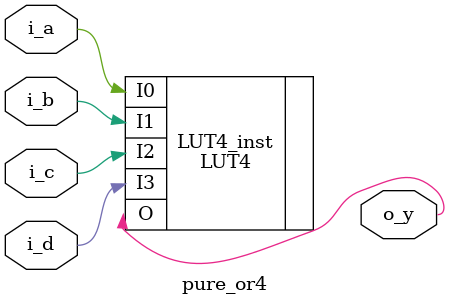
<source format=v>

`timescale 1ns/1ns

module pure_or4 #(
    parameter DOMAIN_3V0 = 0
  )(
    input  i_a,
    input  i_b,
    input  i_c,
    input  i_d,
    output o_y
  );

  LUT4 #(
    .INIT (16'b1111_1111_1111_1110)
  ) LUT4_inst (
    .I0 (i_a),
    .I1 (i_b),
    .I2 (i_c),
    .I3 (i_d),
    .O  (o_y)
  ) /* synthesis syn_noprune=1 */ /*synthesis syn_preserve=1 */ ;

endmodule


</source>
